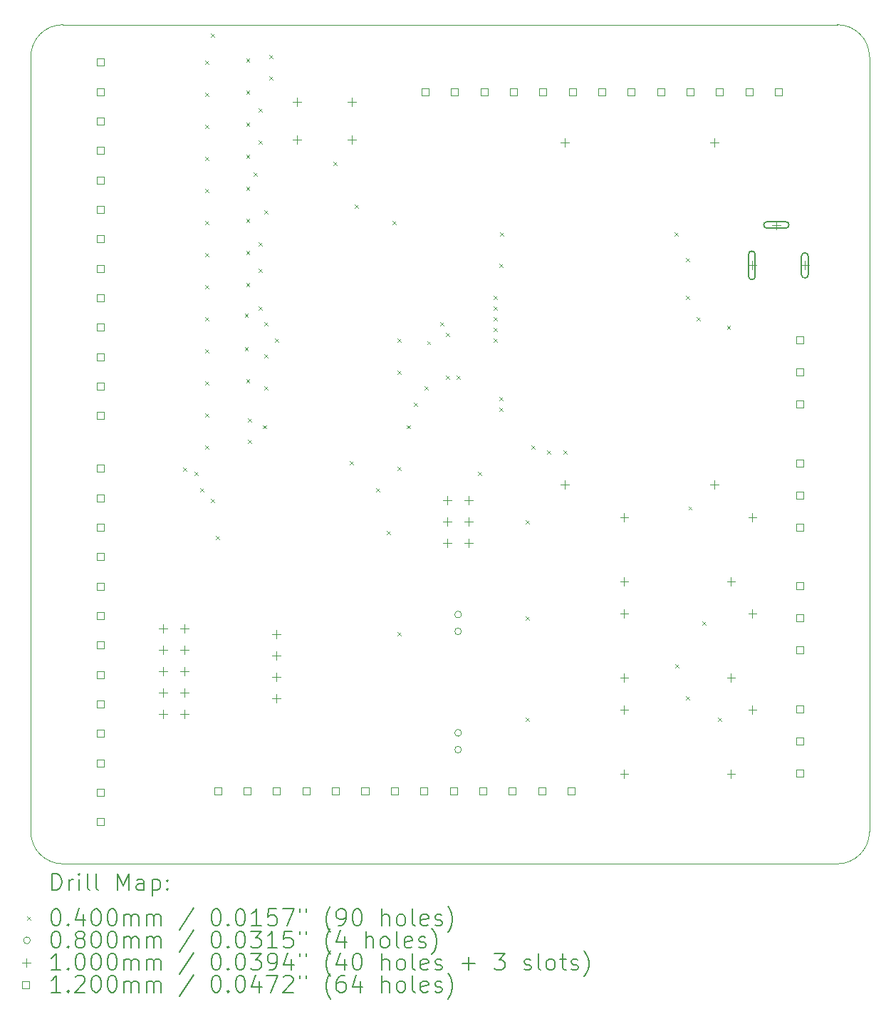
<source format=gbr>
%FSLAX45Y45*%
G04 Gerber Fmt 4.5, Leading zero omitted, Abs format (unit mm)*
G04 Created by KiCad (PCBNEW (6.0.0)) date 2022-03-13 20:29:17*
%MOMM*%
%LPD*%
G01*
G04 APERTURE LIST*
%TA.AperFunction,Profile*%
%ADD10C,0.100000*%
%TD*%
%ADD11C,0.200000*%
%ADD12C,0.040000*%
%ADD13C,0.080000*%
%ADD14C,0.100000*%
%ADD15C,0.120000*%
G04 APERTURE END LIST*
D10*
X-381000Y-9207500D02*
G75*
G03*
X0Y-9588500I381000J0D01*
G01*
X9207500Y-9588500D02*
G75*
G03*
X9588500Y-9207500I0J381000D01*
G01*
X0Y381000D02*
G75*
G03*
X-381000Y0I0J-381000D01*
G01*
X9207500Y381000D02*
X0Y381000D01*
X-381000Y-9207500D02*
X-381000Y0D01*
X9588500Y-9207500D02*
X9588500Y0D01*
X9207500Y-9588500D02*
X0Y-9588500D01*
X9588500Y0D02*
G75*
G03*
X9207500Y381000I-381000J0D01*
G01*
D11*
D12*
X1428750Y-4881250D02*
X1468750Y-4921250D01*
X1468750Y-4881250D02*
X1428750Y-4921250D01*
X1567500Y-4933000D02*
X1607500Y-4973000D01*
X1607500Y-4933000D02*
X1567500Y-4973000D01*
X1631000Y-5123500D02*
X1671000Y-5163500D01*
X1671000Y-5123500D02*
X1631000Y-5163500D01*
X1694500Y-43500D02*
X1734500Y-83500D01*
X1734500Y-43500D02*
X1694500Y-83500D01*
X1694500Y-424500D02*
X1734500Y-464500D01*
X1734500Y-424500D02*
X1694500Y-464500D01*
X1694500Y-805500D02*
X1734500Y-845500D01*
X1734500Y-805500D02*
X1694500Y-845500D01*
X1694500Y-1186500D02*
X1734500Y-1226500D01*
X1734500Y-1186500D02*
X1694500Y-1226500D01*
X1694500Y-1567500D02*
X1734500Y-1607500D01*
X1734500Y-1567500D02*
X1694500Y-1607500D01*
X1694500Y-1948500D02*
X1734500Y-1988500D01*
X1734500Y-1948500D02*
X1694500Y-1988500D01*
X1694500Y-2329500D02*
X1734500Y-2369500D01*
X1734500Y-2329500D02*
X1694500Y-2369500D01*
X1694500Y-2710500D02*
X1734500Y-2750500D01*
X1734500Y-2710500D02*
X1694500Y-2750500D01*
X1694500Y-3091500D02*
X1734500Y-3131500D01*
X1734500Y-3091500D02*
X1694500Y-3131500D01*
X1694500Y-3472500D02*
X1734500Y-3512500D01*
X1734500Y-3472500D02*
X1694500Y-3512500D01*
X1694500Y-3853500D02*
X1734500Y-3893500D01*
X1734500Y-3853500D02*
X1694500Y-3893500D01*
X1694500Y-4234500D02*
X1734500Y-4274500D01*
X1734500Y-4234500D02*
X1694500Y-4274500D01*
X1694500Y-4615500D02*
X1734500Y-4655500D01*
X1734500Y-4615500D02*
X1694500Y-4655500D01*
X1758000Y274000D02*
X1798000Y234000D01*
X1798000Y274000D02*
X1758000Y234000D01*
X1758000Y-5250500D02*
X1798000Y-5290500D01*
X1798000Y-5250500D02*
X1758000Y-5290500D01*
X1821500Y-5695000D02*
X1861500Y-5735000D01*
X1861500Y-5695000D02*
X1821500Y-5735000D01*
X2162952Y-3051952D02*
X2202952Y-3091952D01*
X2202952Y-3051952D02*
X2162952Y-3091952D01*
X2162952Y-3448548D02*
X2202952Y-3488548D01*
X2202952Y-3448548D02*
X2162952Y-3488548D01*
X2178548Y-19548D02*
X2218548Y-59548D01*
X2218548Y-19548D02*
X2178548Y-59548D01*
X2178548Y-400548D02*
X2218548Y-440548D01*
X2218548Y-400548D02*
X2178548Y-440548D01*
X2178548Y-781548D02*
X2218548Y-821548D01*
X2218548Y-781548D02*
X2178548Y-821548D01*
X2178548Y-1162548D02*
X2218548Y-1202548D01*
X2218548Y-1162548D02*
X2178548Y-1202548D01*
X2178548Y-1543548D02*
X2218548Y-1583548D01*
X2218548Y-1543548D02*
X2178548Y-1583548D01*
X2178548Y-1924548D02*
X2218548Y-1964548D01*
X2218548Y-1924548D02*
X2178548Y-1964548D01*
X2178548Y-2305548D02*
X2218548Y-2345548D01*
X2218548Y-2305548D02*
X2178548Y-2345548D01*
X2178548Y-2686548D02*
X2218548Y-2726548D01*
X2218548Y-2686548D02*
X2178548Y-2726548D01*
X2178548Y-3829548D02*
X2218548Y-3869548D01*
X2218548Y-3829548D02*
X2178548Y-3869548D01*
X2202500Y-4298000D02*
X2242500Y-4338000D01*
X2242500Y-4298000D02*
X2202500Y-4338000D01*
X2202500Y-4552000D02*
X2242500Y-4592000D01*
X2242500Y-4552000D02*
X2202500Y-4592000D01*
X2266000Y-1377000D02*
X2306000Y-1417000D01*
X2306000Y-1377000D02*
X2266000Y-1417000D01*
X2329500Y-615000D02*
X2369500Y-655000D01*
X2369500Y-615000D02*
X2329500Y-655000D01*
X2329500Y-996000D02*
X2369500Y-1036000D01*
X2369500Y-996000D02*
X2329500Y-1036000D01*
X2329500Y-2202500D02*
X2369500Y-2242500D01*
X2369500Y-2202500D02*
X2329500Y-2242500D01*
X2329500Y-2520000D02*
X2369500Y-2560000D01*
X2369500Y-2520000D02*
X2329500Y-2560000D01*
X2329500Y-2964500D02*
X2369500Y-3004500D01*
X2369500Y-2964500D02*
X2329500Y-3004500D01*
X2376549Y-4377951D02*
X2416549Y-4417951D01*
X2416549Y-4377951D02*
X2376549Y-4417951D01*
X2393000Y-1821500D02*
X2433000Y-1861500D01*
X2433000Y-1821500D02*
X2393000Y-1861500D01*
X2393000Y-3155000D02*
X2433000Y-3195000D01*
X2433000Y-3155000D02*
X2393000Y-3195000D01*
X2393000Y-3536000D02*
X2433000Y-3576000D01*
X2433000Y-3536000D02*
X2393000Y-3576000D01*
X2393000Y-3917000D02*
X2433000Y-3957000D01*
X2433000Y-3917000D02*
X2393000Y-3957000D01*
X2456500Y20000D02*
X2496500Y-20000D01*
X2496500Y20000D02*
X2456500Y-20000D01*
X2456500Y-234000D02*
X2496500Y-274000D01*
X2496500Y-234000D02*
X2456500Y-274000D01*
X2520000Y-3345500D02*
X2560000Y-3385500D01*
X2560000Y-3345500D02*
X2520000Y-3385500D01*
X3218500Y-1250000D02*
X3258500Y-1290000D01*
X3258500Y-1250000D02*
X3218500Y-1290000D01*
X3409000Y-4806000D02*
X3449000Y-4846000D01*
X3449000Y-4806000D02*
X3409000Y-4846000D01*
X3472500Y-1758000D02*
X3512500Y-1798000D01*
X3512500Y-1758000D02*
X3472500Y-1798000D01*
X3726500Y-5123500D02*
X3766500Y-5163500D01*
X3766500Y-5123500D02*
X3726500Y-5163500D01*
X3853500Y-5631500D02*
X3893500Y-5671500D01*
X3893500Y-5631500D02*
X3853500Y-5671500D01*
X3917000Y-1948500D02*
X3957000Y-1988500D01*
X3957000Y-1948500D02*
X3917000Y-1988500D01*
X3980500Y-3345500D02*
X4020500Y-3385500D01*
X4020500Y-3345500D02*
X3980500Y-3385500D01*
X3980500Y-3726500D02*
X4020500Y-3766500D01*
X4020500Y-3726500D02*
X3980500Y-3766500D01*
X3980500Y-4869500D02*
X4020500Y-4909500D01*
X4020500Y-4869500D02*
X3980500Y-4909500D01*
X3980500Y-6838000D02*
X4020500Y-6878000D01*
X4020500Y-6838000D02*
X3980500Y-6878000D01*
X4091049Y-4377951D02*
X4131049Y-4417951D01*
X4131049Y-4377951D02*
X4091049Y-4417951D01*
X4171000Y-4107500D02*
X4211000Y-4147500D01*
X4211000Y-4107500D02*
X4171000Y-4147500D01*
X4298000Y-3917000D02*
X4338000Y-3957000D01*
X4338000Y-3917000D02*
X4298000Y-3957000D01*
X4329750Y-3377250D02*
X4369750Y-3417250D01*
X4369750Y-3377250D02*
X4329750Y-3417250D01*
X4488500Y-3155000D02*
X4528500Y-3195000D01*
X4528500Y-3155000D02*
X4488500Y-3195000D01*
X4552000Y-3282000D02*
X4592000Y-3322000D01*
X4592000Y-3282000D02*
X4552000Y-3322000D01*
X4552000Y-3790000D02*
X4592000Y-3830000D01*
X4592000Y-3790000D02*
X4552000Y-3830000D01*
X4679000Y-3790000D02*
X4719000Y-3830000D01*
X4719000Y-3790000D02*
X4679000Y-3830000D01*
X4933000Y-4933000D02*
X4973000Y-4973000D01*
X4973000Y-4933000D02*
X4933000Y-4973000D01*
X5123500Y-2837500D02*
X5163500Y-2877500D01*
X5163500Y-2837500D02*
X5123500Y-2877500D01*
X5123500Y-2964500D02*
X5163500Y-3004500D01*
X5163500Y-2964500D02*
X5123500Y-3004500D01*
X5123500Y-3091500D02*
X5163500Y-3131500D01*
X5163500Y-3091500D02*
X5123500Y-3131500D01*
X5123500Y-3218500D02*
X5163500Y-3258500D01*
X5163500Y-3218500D02*
X5123500Y-3258500D01*
X5123500Y-3345500D02*
X5163500Y-3385500D01*
X5163500Y-3345500D02*
X5123500Y-3385500D01*
X5187000Y-2456500D02*
X5227000Y-2496500D01*
X5227000Y-2456500D02*
X5187000Y-2496500D01*
X5187000Y-4044000D02*
X5227000Y-4084000D01*
X5227000Y-4044000D02*
X5187000Y-4084000D01*
X5187000Y-4171000D02*
X5227000Y-4211000D01*
X5227000Y-4171000D02*
X5187000Y-4211000D01*
X5199903Y-2088403D02*
X5239903Y-2128403D01*
X5239903Y-2088403D02*
X5199903Y-2128403D01*
X5504500Y-5504500D02*
X5544500Y-5544500D01*
X5544500Y-5504500D02*
X5504500Y-5544500D01*
X5504500Y-6647500D02*
X5544500Y-6687500D01*
X5544500Y-6647500D02*
X5504500Y-6687500D01*
X5504500Y-7854000D02*
X5544500Y-7894000D01*
X5544500Y-7854000D02*
X5504500Y-7894000D01*
X5568000Y-4615500D02*
X5608000Y-4655500D01*
X5608000Y-4615500D02*
X5568000Y-4655500D01*
X5758500Y-4679000D02*
X5798500Y-4719000D01*
X5798500Y-4679000D02*
X5758500Y-4719000D01*
X5949000Y-4679000D02*
X5989000Y-4719000D01*
X5989000Y-4679000D02*
X5949000Y-4719000D01*
X7269597Y-2088403D02*
X7309597Y-2128403D01*
X7309597Y-2088403D02*
X7269597Y-2128403D01*
X7282500Y-7219000D02*
X7322500Y-7259000D01*
X7322500Y-7219000D02*
X7282500Y-7259000D01*
X7409500Y-2393000D02*
X7449500Y-2433000D01*
X7449500Y-2393000D02*
X7409500Y-2433000D01*
X7409500Y-2837500D02*
X7449500Y-2877500D01*
X7449500Y-2837500D02*
X7409500Y-2877500D01*
X7409500Y-7600000D02*
X7449500Y-7640000D01*
X7449500Y-7600000D02*
X7409500Y-7640000D01*
X7437049Y-5341549D02*
X7477049Y-5381549D01*
X7477049Y-5341549D02*
X7437049Y-5381549D01*
X7536500Y-3091500D02*
X7576500Y-3131500D01*
X7576500Y-3091500D02*
X7536500Y-3131500D01*
X7600000Y-6711000D02*
X7640000Y-6751000D01*
X7640000Y-6711000D02*
X7600000Y-6751000D01*
X7790500Y-7854000D02*
X7830500Y-7894000D01*
X7830500Y-7854000D02*
X7790500Y-7894000D01*
X7893951Y-3194951D02*
X7933951Y-3234951D01*
X7933951Y-3194951D02*
X7893951Y-3234951D01*
D13*
X4739000Y-6626511D02*
G75*
G03*
X4739000Y-6626511I-40000J0D01*
G01*
X4739000Y-6826511D02*
G75*
G03*
X4739000Y-6826511I-40000J0D01*
G01*
X4739000Y-8032489D02*
G75*
G03*
X4739000Y-8032489I-40000J0D01*
G01*
X4739000Y-8232489D02*
G75*
G03*
X4739000Y-8232489I-40000J0D01*
G01*
D14*
X1194750Y-6744500D02*
X1194750Y-6844500D01*
X1144750Y-6794500D02*
X1244750Y-6794500D01*
X1194750Y-6998500D02*
X1194750Y-7098500D01*
X1144750Y-7048500D02*
X1244750Y-7048500D01*
X1194750Y-7252500D02*
X1194750Y-7352500D01*
X1144750Y-7302500D02*
X1244750Y-7302500D01*
X1194750Y-7506500D02*
X1194750Y-7606500D01*
X1144750Y-7556500D02*
X1244750Y-7556500D01*
X1194750Y-7760500D02*
X1194750Y-7860500D01*
X1144750Y-7810500D02*
X1244750Y-7810500D01*
X1448750Y-6744500D02*
X1448750Y-6844500D01*
X1398750Y-6794500D02*
X1498750Y-6794500D01*
X1448750Y-6998500D02*
X1448750Y-7098500D01*
X1398750Y-7048500D02*
X1498750Y-7048500D01*
X1448750Y-7252500D02*
X1448750Y-7352500D01*
X1398750Y-7302500D02*
X1498750Y-7302500D01*
X1448750Y-7506500D02*
X1448750Y-7606500D01*
X1398750Y-7556500D02*
X1498750Y-7556500D01*
X1448750Y-7760500D02*
X1448750Y-7860500D01*
X1398750Y-7810500D02*
X1498750Y-7810500D01*
X2540000Y-6809000D02*
X2540000Y-6909000D01*
X2490000Y-6859000D02*
X2590000Y-6859000D01*
X2540000Y-7063000D02*
X2540000Y-7163000D01*
X2490000Y-7113000D02*
X2590000Y-7113000D01*
X2540000Y-7317000D02*
X2540000Y-7417000D01*
X2490000Y-7367000D02*
X2590000Y-7367000D01*
X2540000Y-7571000D02*
X2540000Y-7671000D01*
X2490000Y-7621000D02*
X2590000Y-7621000D01*
X2786500Y-487000D02*
X2786500Y-587000D01*
X2736500Y-537000D02*
X2836500Y-537000D01*
X2786500Y-937000D02*
X2786500Y-1037000D01*
X2736500Y-987000D02*
X2836500Y-987000D01*
X3436500Y-487000D02*
X3436500Y-587000D01*
X3386500Y-537000D02*
X3486500Y-537000D01*
X3436500Y-937000D02*
X3436500Y-1037000D01*
X3386500Y-987000D02*
X3486500Y-987000D01*
X4572000Y-5220500D02*
X4572000Y-5320500D01*
X4522000Y-5270500D02*
X4622000Y-5270500D01*
X4572000Y-5474500D02*
X4572000Y-5574500D01*
X4522000Y-5524500D02*
X4622000Y-5524500D01*
X4572000Y-5728500D02*
X4572000Y-5828500D01*
X4522000Y-5778500D02*
X4622000Y-5778500D01*
X4826000Y-5220500D02*
X4826000Y-5320500D01*
X4776000Y-5270500D02*
X4876000Y-5270500D01*
X4826000Y-5474500D02*
X4826000Y-5574500D01*
X4776000Y-5524500D02*
X4876000Y-5524500D01*
X4826000Y-5728500D02*
X4826000Y-5828500D01*
X4776000Y-5778500D02*
X4876000Y-5778500D01*
X5969000Y-966000D02*
X5969000Y-1066000D01*
X5919000Y-1016000D02*
X6019000Y-1016000D01*
X5969000Y-5030000D02*
X5969000Y-5130000D01*
X5919000Y-5080000D02*
X6019000Y-5080000D01*
X6674000Y-5421500D02*
X6674000Y-5521500D01*
X6624000Y-5471500D02*
X6724000Y-5471500D01*
X6674000Y-6181500D02*
X6674000Y-6281500D01*
X6624000Y-6231500D02*
X6724000Y-6231500D01*
X6674000Y-6564500D02*
X6674000Y-6664500D01*
X6624000Y-6614500D02*
X6724000Y-6614500D01*
X6674000Y-7324500D02*
X6674000Y-7424500D01*
X6624000Y-7374500D02*
X6724000Y-7374500D01*
X6674000Y-7707500D02*
X6674000Y-7807500D01*
X6624000Y-7757500D02*
X6724000Y-7757500D01*
X6674000Y-8467500D02*
X6674000Y-8567500D01*
X6624000Y-8517500D02*
X6724000Y-8517500D01*
X7747000Y-966000D02*
X7747000Y-1066000D01*
X7697000Y-1016000D02*
X7797000Y-1016000D01*
X7747000Y-5030000D02*
X7747000Y-5130000D01*
X7697000Y-5080000D02*
X7797000Y-5080000D01*
X7944000Y-6181500D02*
X7944000Y-6281500D01*
X7894000Y-6231500D02*
X7994000Y-6231500D01*
X7944000Y-7324500D02*
X7944000Y-7424500D01*
X7894000Y-7374500D02*
X7994000Y-7374500D01*
X7944000Y-8467500D02*
X7944000Y-8567500D01*
X7894000Y-8517500D02*
X7994000Y-8517500D01*
X8191500Y-2428000D02*
X8191500Y-2528000D01*
X8141500Y-2478000D02*
X8241500Y-2478000D01*
D11*
X8231500Y-2608000D02*
X8231500Y-2348000D01*
X8151500Y-2608000D02*
X8151500Y-2348000D01*
X8231500Y-2348000D02*
G75*
G03*
X8151500Y-2348000I-40000J0D01*
G01*
X8151500Y-2608000D02*
G75*
G03*
X8231500Y-2608000I40000J0D01*
G01*
D14*
X8198000Y-5421500D02*
X8198000Y-5521500D01*
X8148000Y-5471500D02*
X8248000Y-5471500D01*
X8198000Y-6564500D02*
X8198000Y-6664500D01*
X8148000Y-6614500D02*
X8248000Y-6614500D01*
X8198000Y-7707500D02*
X8198000Y-7807500D01*
X8148000Y-7757500D02*
X8248000Y-7757500D01*
X8481500Y-1948000D02*
X8481500Y-2048000D01*
X8431500Y-1998000D02*
X8531500Y-1998000D01*
D11*
X8371500Y-2038000D02*
X8591500Y-2038000D01*
X8371500Y-1958000D02*
X8591500Y-1958000D01*
X8591500Y-2038000D02*
G75*
G03*
X8591500Y-1958000I0J40000D01*
G01*
X8371500Y-1958000D02*
G75*
G03*
X8371500Y-2038000I0J-40000D01*
G01*
D14*
X8821500Y-2428000D02*
X8821500Y-2528000D01*
X8771500Y-2478000D02*
X8871500Y-2478000D01*
D11*
X8861500Y-2588000D02*
X8861500Y-2368000D01*
X8781500Y-2588000D02*
X8781500Y-2368000D01*
X8861500Y-2368000D02*
G75*
G03*
X8781500Y-2368000I-40000J0D01*
G01*
X8781500Y-2588000D02*
G75*
G03*
X8861500Y-2588000I40000J0D01*
G01*
D15*
X486927Y-105927D02*
X486927Y-21073D01*
X402073Y-21073D01*
X402073Y-105927D01*
X486927Y-105927D01*
X486927Y-455927D02*
X486927Y-371073D01*
X402073Y-371073D01*
X402073Y-455927D01*
X486927Y-455927D01*
X486927Y-805927D02*
X486927Y-721073D01*
X402073Y-721073D01*
X402073Y-805927D01*
X486927Y-805927D01*
X486927Y-1155927D02*
X486927Y-1071073D01*
X402073Y-1071073D01*
X402073Y-1155927D01*
X486927Y-1155927D01*
X486927Y-1505927D02*
X486927Y-1421073D01*
X402073Y-1421073D01*
X402073Y-1505927D01*
X486927Y-1505927D01*
X486927Y-1855927D02*
X486927Y-1771073D01*
X402073Y-1771073D01*
X402073Y-1855927D01*
X486927Y-1855927D01*
X486927Y-2205927D02*
X486927Y-2121073D01*
X402073Y-2121073D01*
X402073Y-2205927D01*
X486927Y-2205927D01*
X486927Y-2555927D02*
X486927Y-2471073D01*
X402073Y-2471073D01*
X402073Y-2555927D01*
X486927Y-2555927D01*
X486927Y-2905927D02*
X486927Y-2821073D01*
X402073Y-2821073D01*
X402073Y-2905927D01*
X486927Y-2905927D01*
X486927Y-3255927D02*
X486927Y-3171073D01*
X402073Y-3171073D01*
X402073Y-3255927D01*
X486927Y-3255927D01*
X486927Y-3605927D02*
X486927Y-3521073D01*
X402073Y-3521073D01*
X402073Y-3605927D01*
X486927Y-3605927D01*
X486927Y-3955927D02*
X486927Y-3871073D01*
X402073Y-3871073D01*
X402073Y-3955927D01*
X486927Y-3955927D01*
X486927Y-4305927D02*
X486927Y-4221073D01*
X402073Y-4221073D01*
X402073Y-4305927D01*
X486927Y-4305927D01*
X486927Y-4931927D02*
X486927Y-4847073D01*
X402073Y-4847073D01*
X402073Y-4931927D01*
X486927Y-4931927D01*
X486927Y-5281927D02*
X486927Y-5197073D01*
X402073Y-5197073D01*
X402073Y-5281927D01*
X486927Y-5281927D01*
X486927Y-5631927D02*
X486927Y-5547073D01*
X402073Y-5547073D01*
X402073Y-5631927D01*
X486927Y-5631927D01*
X486927Y-5981927D02*
X486927Y-5897073D01*
X402073Y-5897073D01*
X402073Y-5981927D01*
X486927Y-5981927D01*
X486927Y-6331927D02*
X486927Y-6247073D01*
X402073Y-6247073D01*
X402073Y-6331927D01*
X486927Y-6331927D01*
X486927Y-6681927D02*
X486927Y-6597073D01*
X402073Y-6597073D01*
X402073Y-6681927D01*
X486927Y-6681927D01*
X486927Y-7031927D02*
X486927Y-6947073D01*
X402073Y-6947073D01*
X402073Y-7031927D01*
X486927Y-7031927D01*
X486927Y-7381927D02*
X486927Y-7297073D01*
X402073Y-7297073D01*
X402073Y-7381927D01*
X486927Y-7381927D01*
X486927Y-7731927D02*
X486927Y-7647073D01*
X402073Y-7647073D01*
X402073Y-7731927D01*
X486927Y-7731927D01*
X486927Y-8081927D02*
X486927Y-7997073D01*
X402073Y-7997073D01*
X402073Y-8081927D01*
X486927Y-8081927D01*
X486927Y-8431927D02*
X486927Y-8347073D01*
X402073Y-8347073D01*
X402073Y-8431927D01*
X486927Y-8431927D01*
X486927Y-8781927D02*
X486927Y-8697073D01*
X402073Y-8697073D01*
X402073Y-8781927D01*
X486927Y-8781927D01*
X486927Y-9131927D02*
X486927Y-9047073D01*
X402073Y-9047073D01*
X402073Y-9131927D01*
X486927Y-9131927D01*
X1884927Y-8766177D02*
X1884927Y-8681323D01*
X1800073Y-8681323D01*
X1800073Y-8766177D01*
X1884927Y-8766177D01*
X2234927Y-8766177D02*
X2234927Y-8681323D01*
X2150073Y-8681323D01*
X2150073Y-8766177D01*
X2234927Y-8766177D01*
X2584927Y-8766177D02*
X2584927Y-8681323D01*
X2500073Y-8681323D01*
X2500073Y-8766177D01*
X2584927Y-8766177D01*
X2934927Y-8766177D02*
X2934927Y-8681323D01*
X2850073Y-8681323D01*
X2850073Y-8766177D01*
X2934927Y-8766177D01*
X3284927Y-8766177D02*
X3284927Y-8681323D01*
X3200073Y-8681323D01*
X3200073Y-8766177D01*
X3284927Y-8766177D01*
X3634927Y-8766177D02*
X3634927Y-8681323D01*
X3550073Y-8681323D01*
X3550073Y-8766177D01*
X3634927Y-8766177D01*
X3984927Y-8766177D02*
X3984927Y-8681323D01*
X3900073Y-8681323D01*
X3900073Y-8766177D01*
X3984927Y-8766177D01*
X4334927Y-8766177D02*
X4334927Y-8681323D01*
X4250073Y-8681323D01*
X4250073Y-8766177D01*
X4334927Y-8766177D01*
X4350427Y-462677D02*
X4350427Y-377823D01*
X4265573Y-377823D01*
X4265573Y-462677D01*
X4350427Y-462677D01*
X4684927Y-8766177D02*
X4684927Y-8681323D01*
X4600073Y-8681323D01*
X4600073Y-8766177D01*
X4684927Y-8766177D01*
X4700427Y-462677D02*
X4700427Y-377823D01*
X4615573Y-377823D01*
X4615573Y-462677D01*
X4700427Y-462677D01*
X5034927Y-8766177D02*
X5034927Y-8681323D01*
X4950073Y-8681323D01*
X4950073Y-8766177D01*
X5034927Y-8766177D01*
X5050427Y-462677D02*
X5050427Y-377823D01*
X4965573Y-377823D01*
X4965573Y-462677D01*
X5050427Y-462677D01*
X5384927Y-8766177D02*
X5384927Y-8681323D01*
X5300073Y-8681323D01*
X5300073Y-8766177D01*
X5384927Y-8766177D01*
X5400427Y-462677D02*
X5400427Y-377823D01*
X5315573Y-377823D01*
X5315573Y-462677D01*
X5400427Y-462677D01*
X5734927Y-8766177D02*
X5734927Y-8681323D01*
X5650073Y-8681323D01*
X5650073Y-8766177D01*
X5734927Y-8766177D01*
X5750427Y-462677D02*
X5750427Y-377823D01*
X5665573Y-377823D01*
X5665573Y-462677D01*
X5750427Y-462677D01*
X6084927Y-8766177D02*
X6084927Y-8681323D01*
X6000073Y-8681323D01*
X6000073Y-8766177D01*
X6084927Y-8766177D01*
X6100427Y-462677D02*
X6100427Y-377823D01*
X6015573Y-377823D01*
X6015573Y-462677D01*
X6100427Y-462677D01*
X6450427Y-462677D02*
X6450427Y-377823D01*
X6365573Y-377823D01*
X6365573Y-462677D01*
X6450427Y-462677D01*
X6800427Y-462677D02*
X6800427Y-377823D01*
X6715573Y-377823D01*
X6715573Y-462677D01*
X6800427Y-462677D01*
X7150427Y-462677D02*
X7150427Y-377823D01*
X7065573Y-377823D01*
X7065573Y-462677D01*
X7150427Y-462677D01*
X7500427Y-462677D02*
X7500427Y-377823D01*
X7415573Y-377823D01*
X7415573Y-462677D01*
X7500427Y-462677D01*
X7850427Y-462677D02*
X7850427Y-377823D01*
X7765573Y-377823D01*
X7765573Y-462677D01*
X7850427Y-462677D01*
X8200427Y-462677D02*
X8200427Y-377823D01*
X8115573Y-377823D01*
X8115573Y-462677D01*
X8200427Y-462677D01*
X8550427Y-462677D02*
X8550427Y-377823D01*
X8465573Y-377823D01*
X8465573Y-462677D01*
X8550427Y-462677D01*
X8805427Y-3407927D02*
X8805427Y-3323073D01*
X8720573Y-3323073D01*
X8720573Y-3407927D01*
X8805427Y-3407927D01*
X8805427Y-3788927D02*
X8805427Y-3704073D01*
X8720573Y-3704073D01*
X8720573Y-3788927D01*
X8805427Y-3788927D01*
X8805427Y-4169927D02*
X8805427Y-4085073D01*
X8720573Y-4085073D01*
X8720573Y-4169927D01*
X8805427Y-4169927D01*
X8805427Y-4868427D02*
X8805427Y-4783573D01*
X8720573Y-4783573D01*
X8720573Y-4868427D01*
X8805427Y-4868427D01*
X8805427Y-5249427D02*
X8805427Y-5164573D01*
X8720573Y-5164573D01*
X8720573Y-5249427D01*
X8805427Y-5249427D01*
X8805427Y-5630427D02*
X8805427Y-5545573D01*
X8720573Y-5545573D01*
X8720573Y-5630427D01*
X8805427Y-5630427D01*
X8805427Y-6328927D02*
X8805427Y-6244073D01*
X8720573Y-6244073D01*
X8720573Y-6328927D01*
X8805427Y-6328927D01*
X8805427Y-6709927D02*
X8805427Y-6625073D01*
X8720573Y-6625073D01*
X8720573Y-6709927D01*
X8805427Y-6709927D01*
X8805427Y-7090927D02*
X8805427Y-7006073D01*
X8720573Y-7006073D01*
X8720573Y-7090927D01*
X8805427Y-7090927D01*
X8805427Y-7789427D02*
X8805427Y-7704573D01*
X8720573Y-7704573D01*
X8720573Y-7789427D01*
X8805427Y-7789427D01*
X8805427Y-8170427D02*
X8805427Y-8085573D01*
X8720573Y-8085573D01*
X8720573Y-8170427D01*
X8805427Y-8170427D01*
X8805427Y-8551427D02*
X8805427Y-8466573D01*
X8720573Y-8466573D01*
X8720573Y-8551427D01*
X8805427Y-8551427D01*
D11*
X-128381Y-9903976D02*
X-128381Y-9703976D01*
X-80762Y-9703976D01*
X-52190Y-9713500D01*
X-33143Y-9732548D01*
X-23619Y-9751595D01*
X-14095Y-9789690D01*
X-14095Y-9818262D01*
X-23619Y-9856357D01*
X-33143Y-9875405D01*
X-52190Y-9894452D01*
X-80762Y-9903976D01*
X-128381Y-9903976D01*
X71619Y-9903976D02*
X71619Y-9770643D01*
X71619Y-9808738D02*
X81143Y-9789690D01*
X90667Y-9780167D01*
X109714Y-9770643D01*
X128762Y-9770643D01*
X195428Y-9903976D02*
X195428Y-9770643D01*
X195428Y-9703976D02*
X185905Y-9713500D01*
X195428Y-9723024D01*
X204952Y-9713500D01*
X195428Y-9703976D01*
X195428Y-9723024D01*
X319238Y-9903976D02*
X300190Y-9894452D01*
X290667Y-9875405D01*
X290667Y-9703976D01*
X424000Y-9903976D02*
X404952Y-9894452D01*
X395428Y-9875405D01*
X395428Y-9703976D01*
X652571Y-9903976D02*
X652571Y-9703976D01*
X719238Y-9846833D01*
X785905Y-9703976D01*
X785905Y-9903976D01*
X966857Y-9903976D02*
X966857Y-9799214D01*
X957333Y-9780167D01*
X938286Y-9770643D01*
X900190Y-9770643D01*
X881143Y-9780167D01*
X966857Y-9894452D02*
X947809Y-9903976D01*
X900190Y-9903976D01*
X881143Y-9894452D01*
X871619Y-9875405D01*
X871619Y-9856357D01*
X881143Y-9837310D01*
X900190Y-9827786D01*
X947809Y-9827786D01*
X966857Y-9818262D01*
X1062095Y-9770643D02*
X1062095Y-9970643D01*
X1062095Y-9780167D02*
X1081143Y-9770643D01*
X1119238Y-9770643D01*
X1138286Y-9780167D01*
X1147810Y-9789690D01*
X1157333Y-9808738D01*
X1157333Y-9865881D01*
X1147810Y-9884929D01*
X1138286Y-9894452D01*
X1119238Y-9903976D01*
X1081143Y-9903976D01*
X1062095Y-9894452D01*
X1243048Y-9884929D02*
X1252571Y-9894452D01*
X1243048Y-9903976D01*
X1233524Y-9894452D01*
X1243048Y-9884929D01*
X1243048Y-9903976D01*
X1243048Y-9780167D02*
X1252571Y-9789690D01*
X1243048Y-9799214D01*
X1233524Y-9789690D01*
X1243048Y-9780167D01*
X1243048Y-9799214D01*
D12*
X-426000Y-10213500D02*
X-386000Y-10253500D01*
X-386000Y-10213500D02*
X-426000Y-10253500D01*
D11*
X-90286Y-10123976D02*
X-71238Y-10123976D01*
X-52190Y-10133500D01*
X-42667Y-10143024D01*
X-33143Y-10162071D01*
X-23619Y-10200167D01*
X-23619Y-10247786D01*
X-33143Y-10285881D01*
X-42667Y-10304929D01*
X-52190Y-10314452D01*
X-71238Y-10323976D01*
X-90286Y-10323976D01*
X-109333Y-10314452D01*
X-118857Y-10304929D01*
X-128381Y-10285881D01*
X-137905Y-10247786D01*
X-137905Y-10200167D01*
X-128381Y-10162071D01*
X-118857Y-10143024D01*
X-109333Y-10133500D01*
X-90286Y-10123976D01*
X62095Y-10304929D02*
X71619Y-10314452D01*
X62095Y-10323976D01*
X52571Y-10314452D01*
X62095Y-10304929D01*
X62095Y-10323976D01*
X243048Y-10190643D02*
X243048Y-10323976D01*
X195428Y-10114452D02*
X147810Y-10257310D01*
X271619Y-10257310D01*
X385905Y-10123976D02*
X404952Y-10123976D01*
X424000Y-10133500D01*
X433524Y-10143024D01*
X443048Y-10162071D01*
X452571Y-10200167D01*
X452571Y-10247786D01*
X443048Y-10285881D01*
X433524Y-10304929D01*
X424000Y-10314452D01*
X404952Y-10323976D01*
X385905Y-10323976D01*
X366857Y-10314452D01*
X357333Y-10304929D01*
X347810Y-10285881D01*
X338286Y-10247786D01*
X338286Y-10200167D01*
X347810Y-10162071D01*
X357333Y-10143024D01*
X366857Y-10133500D01*
X385905Y-10123976D01*
X576381Y-10123976D02*
X595429Y-10123976D01*
X614476Y-10133500D01*
X624000Y-10143024D01*
X633524Y-10162071D01*
X643048Y-10200167D01*
X643048Y-10247786D01*
X633524Y-10285881D01*
X624000Y-10304929D01*
X614476Y-10314452D01*
X595429Y-10323976D01*
X576381Y-10323976D01*
X557333Y-10314452D01*
X547810Y-10304929D01*
X538286Y-10285881D01*
X528762Y-10247786D01*
X528762Y-10200167D01*
X538286Y-10162071D01*
X547810Y-10143024D01*
X557333Y-10133500D01*
X576381Y-10123976D01*
X728762Y-10323976D02*
X728762Y-10190643D01*
X728762Y-10209690D02*
X738286Y-10200167D01*
X757333Y-10190643D01*
X785905Y-10190643D01*
X804952Y-10200167D01*
X814476Y-10219214D01*
X814476Y-10323976D01*
X814476Y-10219214D02*
X824000Y-10200167D01*
X843048Y-10190643D01*
X871619Y-10190643D01*
X890667Y-10200167D01*
X900190Y-10219214D01*
X900190Y-10323976D01*
X995428Y-10323976D02*
X995428Y-10190643D01*
X995428Y-10209690D02*
X1004952Y-10200167D01*
X1024000Y-10190643D01*
X1052571Y-10190643D01*
X1071619Y-10200167D01*
X1081143Y-10219214D01*
X1081143Y-10323976D01*
X1081143Y-10219214D02*
X1090667Y-10200167D01*
X1109714Y-10190643D01*
X1138286Y-10190643D01*
X1157333Y-10200167D01*
X1166857Y-10219214D01*
X1166857Y-10323976D01*
X1557333Y-10114452D02*
X1385905Y-10371595D01*
X1814476Y-10123976D02*
X1833524Y-10123976D01*
X1852571Y-10133500D01*
X1862095Y-10143024D01*
X1871619Y-10162071D01*
X1881143Y-10200167D01*
X1881143Y-10247786D01*
X1871619Y-10285881D01*
X1862095Y-10304929D01*
X1852571Y-10314452D01*
X1833524Y-10323976D01*
X1814476Y-10323976D01*
X1795428Y-10314452D01*
X1785905Y-10304929D01*
X1776381Y-10285881D01*
X1766857Y-10247786D01*
X1766857Y-10200167D01*
X1776381Y-10162071D01*
X1785905Y-10143024D01*
X1795428Y-10133500D01*
X1814476Y-10123976D01*
X1966857Y-10304929D02*
X1976381Y-10314452D01*
X1966857Y-10323976D01*
X1957333Y-10314452D01*
X1966857Y-10304929D01*
X1966857Y-10323976D01*
X2100190Y-10123976D02*
X2119238Y-10123976D01*
X2138286Y-10133500D01*
X2147810Y-10143024D01*
X2157333Y-10162071D01*
X2166857Y-10200167D01*
X2166857Y-10247786D01*
X2157333Y-10285881D01*
X2147810Y-10304929D01*
X2138286Y-10314452D01*
X2119238Y-10323976D01*
X2100190Y-10323976D01*
X2081143Y-10314452D01*
X2071619Y-10304929D01*
X2062095Y-10285881D01*
X2052571Y-10247786D01*
X2052571Y-10200167D01*
X2062095Y-10162071D01*
X2071619Y-10143024D01*
X2081143Y-10133500D01*
X2100190Y-10123976D01*
X2357333Y-10323976D02*
X2243048Y-10323976D01*
X2300190Y-10323976D02*
X2300190Y-10123976D01*
X2281143Y-10152548D01*
X2262095Y-10171595D01*
X2243048Y-10181119D01*
X2538286Y-10123976D02*
X2443048Y-10123976D01*
X2433524Y-10219214D01*
X2443048Y-10209690D01*
X2462095Y-10200167D01*
X2509714Y-10200167D01*
X2528762Y-10209690D01*
X2538286Y-10219214D01*
X2547810Y-10238262D01*
X2547810Y-10285881D01*
X2538286Y-10304929D01*
X2528762Y-10314452D01*
X2509714Y-10323976D01*
X2462095Y-10323976D01*
X2443048Y-10314452D01*
X2433524Y-10304929D01*
X2614476Y-10123976D02*
X2747810Y-10123976D01*
X2662095Y-10323976D01*
X2814476Y-10123976D02*
X2814476Y-10162071D01*
X2890667Y-10123976D02*
X2890667Y-10162071D01*
X3185905Y-10400167D02*
X3176381Y-10390643D01*
X3157333Y-10362071D01*
X3147809Y-10343024D01*
X3138286Y-10314452D01*
X3128762Y-10266833D01*
X3128762Y-10228738D01*
X3138286Y-10181119D01*
X3147809Y-10152548D01*
X3157333Y-10133500D01*
X3176381Y-10104929D01*
X3185905Y-10095405D01*
X3271619Y-10323976D02*
X3309714Y-10323976D01*
X3328762Y-10314452D01*
X3338286Y-10304929D01*
X3357333Y-10276357D01*
X3366857Y-10238262D01*
X3366857Y-10162071D01*
X3357333Y-10143024D01*
X3347809Y-10133500D01*
X3328762Y-10123976D01*
X3290667Y-10123976D01*
X3271619Y-10133500D01*
X3262095Y-10143024D01*
X3252571Y-10162071D01*
X3252571Y-10209690D01*
X3262095Y-10228738D01*
X3271619Y-10238262D01*
X3290667Y-10247786D01*
X3328762Y-10247786D01*
X3347809Y-10238262D01*
X3357333Y-10228738D01*
X3366857Y-10209690D01*
X3490667Y-10123976D02*
X3509714Y-10123976D01*
X3528762Y-10133500D01*
X3538286Y-10143024D01*
X3547809Y-10162071D01*
X3557333Y-10200167D01*
X3557333Y-10247786D01*
X3547809Y-10285881D01*
X3538286Y-10304929D01*
X3528762Y-10314452D01*
X3509714Y-10323976D01*
X3490667Y-10323976D01*
X3471619Y-10314452D01*
X3462095Y-10304929D01*
X3452571Y-10285881D01*
X3443048Y-10247786D01*
X3443048Y-10200167D01*
X3452571Y-10162071D01*
X3462095Y-10143024D01*
X3471619Y-10133500D01*
X3490667Y-10123976D01*
X3795428Y-10323976D02*
X3795428Y-10123976D01*
X3881143Y-10323976D02*
X3881143Y-10219214D01*
X3871619Y-10200167D01*
X3852571Y-10190643D01*
X3824000Y-10190643D01*
X3804952Y-10200167D01*
X3795428Y-10209690D01*
X4004952Y-10323976D02*
X3985905Y-10314452D01*
X3976381Y-10304929D01*
X3966857Y-10285881D01*
X3966857Y-10228738D01*
X3976381Y-10209690D01*
X3985905Y-10200167D01*
X4004952Y-10190643D01*
X4033524Y-10190643D01*
X4052571Y-10200167D01*
X4062095Y-10209690D01*
X4071619Y-10228738D01*
X4071619Y-10285881D01*
X4062095Y-10304929D01*
X4052571Y-10314452D01*
X4033524Y-10323976D01*
X4004952Y-10323976D01*
X4185905Y-10323976D02*
X4166857Y-10314452D01*
X4157333Y-10295405D01*
X4157333Y-10123976D01*
X4338286Y-10314452D02*
X4319238Y-10323976D01*
X4281143Y-10323976D01*
X4262095Y-10314452D01*
X4252571Y-10295405D01*
X4252571Y-10219214D01*
X4262095Y-10200167D01*
X4281143Y-10190643D01*
X4319238Y-10190643D01*
X4338286Y-10200167D01*
X4347810Y-10219214D01*
X4347810Y-10238262D01*
X4252571Y-10257310D01*
X4424000Y-10314452D02*
X4443048Y-10323976D01*
X4481143Y-10323976D01*
X4500190Y-10314452D01*
X4509714Y-10295405D01*
X4509714Y-10285881D01*
X4500190Y-10266833D01*
X4481143Y-10257310D01*
X4452571Y-10257310D01*
X4433524Y-10247786D01*
X4424000Y-10228738D01*
X4424000Y-10219214D01*
X4433524Y-10200167D01*
X4452571Y-10190643D01*
X4481143Y-10190643D01*
X4500190Y-10200167D01*
X4576381Y-10400167D02*
X4585905Y-10390643D01*
X4604952Y-10362071D01*
X4614476Y-10343024D01*
X4624000Y-10314452D01*
X4633524Y-10266833D01*
X4633524Y-10228738D01*
X4624000Y-10181119D01*
X4614476Y-10152548D01*
X4604952Y-10133500D01*
X4585905Y-10104929D01*
X4576381Y-10095405D01*
D13*
X-386000Y-10497500D02*
G75*
G03*
X-386000Y-10497500I-40000J0D01*
G01*
D11*
X-90286Y-10387976D02*
X-71238Y-10387976D01*
X-52190Y-10397500D01*
X-42667Y-10407024D01*
X-33143Y-10426071D01*
X-23619Y-10464167D01*
X-23619Y-10511786D01*
X-33143Y-10549881D01*
X-42667Y-10568929D01*
X-52190Y-10578452D01*
X-71238Y-10587976D01*
X-90286Y-10587976D01*
X-109333Y-10578452D01*
X-118857Y-10568929D01*
X-128381Y-10549881D01*
X-137905Y-10511786D01*
X-137905Y-10464167D01*
X-128381Y-10426071D01*
X-118857Y-10407024D01*
X-109333Y-10397500D01*
X-90286Y-10387976D01*
X62095Y-10568929D02*
X71619Y-10578452D01*
X62095Y-10587976D01*
X52571Y-10578452D01*
X62095Y-10568929D01*
X62095Y-10587976D01*
X185905Y-10473690D02*
X166857Y-10464167D01*
X157333Y-10454643D01*
X147810Y-10435595D01*
X147810Y-10426071D01*
X157333Y-10407024D01*
X166857Y-10397500D01*
X185905Y-10387976D01*
X224000Y-10387976D01*
X243048Y-10397500D01*
X252571Y-10407024D01*
X262095Y-10426071D01*
X262095Y-10435595D01*
X252571Y-10454643D01*
X243048Y-10464167D01*
X224000Y-10473690D01*
X185905Y-10473690D01*
X166857Y-10483214D01*
X157333Y-10492738D01*
X147810Y-10511786D01*
X147810Y-10549881D01*
X157333Y-10568929D01*
X166857Y-10578452D01*
X185905Y-10587976D01*
X224000Y-10587976D01*
X243048Y-10578452D01*
X252571Y-10568929D01*
X262095Y-10549881D01*
X262095Y-10511786D01*
X252571Y-10492738D01*
X243048Y-10483214D01*
X224000Y-10473690D01*
X385905Y-10387976D02*
X404952Y-10387976D01*
X424000Y-10397500D01*
X433524Y-10407024D01*
X443048Y-10426071D01*
X452571Y-10464167D01*
X452571Y-10511786D01*
X443048Y-10549881D01*
X433524Y-10568929D01*
X424000Y-10578452D01*
X404952Y-10587976D01*
X385905Y-10587976D01*
X366857Y-10578452D01*
X357333Y-10568929D01*
X347810Y-10549881D01*
X338286Y-10511786D01*
X338286Y-10464167D01*
X347810Y-10426071D01*
X357333Y-10407024D01*
X366857Y-10397500D01*
X385905Y-10387976D01*
X576381Y-10387976D02*
X595429Y-10387976D01*
X614476Y-10397500D01*
X624000Y-10407024D01*
X633524Y-10426071D01*
X643048Y-10464167D01*
X643048Y-10511786D01*
X633524Y-10549881D01*
X624000Y-10568929D01*
X614476Y-10578452D01*
X595429Y-10587976D01*
X576381Y-10587976D01*
X557333Y-10578452D01*
X547810Y-10568929D01*
X538286Y-10549881D01*
X528762Y-10511786D01*
X528762Y-10464167D01*
X538286Y-10426071D01*
X547810Y-10407024D01*
X557333Y-10397500D01*
X576381Y-10387976D01*
X728762Y-10587976D02*
X728762Y-10454643D01*
X728762Y-10473690D02*
X738286Y-10464167D01*
X757333Y-10454643D01*
X785905Y-10454643D01*
X804952Y-10464167D01*
X814476Y-10483214D01*
X814476Y-10587976D01*
X814476Y-10483214D02*
X824000Y-10464167D01*
X843048Y-10454643D01*
X871619Y-10454643D01*
X890667Y-10464167D01*
X900190Y-10483214D01*
X900190Y-10587976D01*
X995428Y-10587976D02*
X995428Y-10454643D01*
X995428Y-10473690D02*
X1004952Y-10464167D01*
X1024000Y-10454643D01*
X1052571Y-10454643D01*
X1071619Y-10464167D01*
X1081143Y-10483214D01*
X1081143Y-10587976D01*
X1081143Y-10483214D02*
X1090667Y-10464167D01*
X1109714Y-10454643D01*
X1138286Y-10454643D01*
X1157333Y-10464167D01*
X1166857Y-10483214D01*
X1166857Y-10587976D01*
X1557333Y-10378452D02*
X1385905Y-10635595D01*
X1814476Y-10387976D02*
X1833524Y-10387976D01*
X1852571Y-10397500D01*
X1862095Y-10407024D01*
X1871619Y-10426071D01*
X1881143Y-10464167D01*
X1881143Y-10511786D01*
X1871619Y-10549881D01*
X1862095Y-10568929D01*
X1852571Y-10578452D01*
X1833524Y-10587976D01*
X1814476Y-10587976D01*
X1795428Y-10578452D01*
X1785905Y-10568929D01*
X1776381Y-10549881D01*
X1766857Y-10511786D01*
X1766857Y-10464167D01*
X1776381Y-10426071D01*
X1785905Y-10407024D01*
X1795428Y-10397500D01*
X1814476Y-10387976D01*
X1966857Y-10568929D02*
X1976381Y-10578452D01*
X1966857Y-10587976D01*
X1957333Y-10578452D01*
X1966857Y-10568929D01*
X1966857Y-10587976D01*
X2100190Y-10387976D02*
X2119238Y-10387976D01*
X2138286Y-10397500D01*
X2147810Y-10407024D01*
X2157333Y-10426071D01*
X2166857Y-10464167D01*
X2166857Y-10511786D01*
X2157333Y-10549881D01*
X2147810Y-10568929D01*
X2138286Y-10578452D01*
X2119238Y-10587976D01*
X2100190Y-10587976D01*
X2081143Y-10578452D01*
X2071619Y-10568929D01*
X2062095Y-10549881D01*
X2052571Y-10511786D01*
X2052571Y-10464167D01*
X2062095Y-10426071D01*
X2071619Y-10407024D01*
X2081143Y-10397500D01*
X2100190Y-10387976D01*
X2233524Y-10387976D02*
X2357333Y-10387976D01*
X2290667Y-10464167D01*
X2319238Y-10464167D01*
X2338286Y-10473690D01*
X2347810Y-10483214D01*
X2357333Y-10502262D01*
X2357333Y-10549881D01*
X2347810Y-10568929D01*
X2338286Y-10578452D01*
X2319238Y-10587976D01*
X2262095Y-10587976D01*
X2243048Y-10578452D01*
X2233524Y-10568929D01*
X2547810Y-10587976D02*
X2433524Y-10587976D01*
X2490667Y-10587976D02*
X2490667Y-10387976D01*
X2471619Y-10416548D01*
X2452571Y-10435595D01*
X2433524Y-10445119D01*
X2728762Y-10387976D02*
X2633524Y-10387976D01*
X2624000Y-10483214D01*
X2633524Y-10473690D01*
X2652571Y-10464167D01*
X2700190Y-10464167D01*
X2719238Y-10473690D01*
X2728762Y-10483214D01*
X2738286Y-10502262D01*
X2738286Y-10549881D01*
X2728762Y-10568929D01*
X2719238Y-10578452D01*
X2700190Y-10587976D01*
X2652571Y-10587976D01*
X2633524Y-10578452D01*
X2624000Y-10568929D01*
X2814476Y-10387976D02*
X2814476Y-10426071D01*
X2890667Y-10387976D02*
X2890667Y-10426071D01*
X3185905Y-10664167D02*
X3176381Y-10654643D01*
X3157333Y-10626071D01*
X3147809Y-10607024D01*
X3138286Y-10578452D01*
X3128762Y-10530833D01*
X3128762Y-10492738D01*
X3138286Y-10445119D01*
X3147809Y-10416548D01*
X3157333Y-10397500D01*
X3176381Y-10368929D01*
X3185905Y-10359405D01*
X3347809Y-10454643D02*
X3347809Y-10587976D01*
X3300190Y-10378452D02*
X3252571Y-10521310D01*
X3376381Y-10521310D01*
X3604952Y-10587976D02*
X3604952Y-10387976D01*
X3690667Y-10587976D02*
X3690667Y-10483214D01*
X3681143Y-10464167D01*
X3662095Y-10454643D01*
X3633524Y-10454643D01*
X3614476Y-10464167D01*
X3604952Y-10473690D01*
X3814476Y-10587976D02*
X3795428Y-10578452D01*
X3785905Y-10568929D01*
X3776381Y-10549881D01*
X3776381Y-10492738D01*
X3785905Y-10473690D01*
X3795428Y-10464167D01*
X3814476Y-10454643D01*
X3843048Y-10454643D01*
X3862095Y-10464167D01*
X3871619Y-10473690D01*
X3881143Y-10492738D01*
X3881143Y-10549881D01*
X3871619Y-10568929D01*
X3862095Y-10578452D01*
X3843048Y-10587976D01*
X3814476Y-10587976D01*
X3995428Y-10587976D02*
X3976381Y-10578452D01*
X3966857Y-10559405D01*
X3966857Y-10387976D01*
X4147809Y-10578452D02*
X4128762Y-10587976D01*
X4090667Y-10587976D01*
X4071619Y-10578452D01*
X4062095Y-10559405D01*
X4062095Y-10483214D01*
X4071619Y-10464167D01*
X4090667Y-10454643D01*
X4128762Y-10454643D01*
X4147809Y-10464167D01*
X4157333Y-10483214D01*
X4157333Y-10502262D01*
X4062095Y-10521310D01*
X4233524Y-10578452D02*
X4252571Y-10587976D01*
X4290667Y-10587976D01*
X4309714Y-10578452D01*
X4319238Y-10559405D01*
X4319238Y-10549881D01*
X4309714Y-10530833D01*
X4290667Y-10521310D01*
X4262095Y-10521310D01*
X4243048Y-10511786D01*
X4233524Y-10492738D01*
X4233524Y-10483214D01*
X4243048Y-10464167D01*
X4262095Y-10454643D01*
X4290667Y-10454643D01*
X4309714Y-10464167D01*
X4385905Y-10664167D02*
X4395429Y-10654643D01*
X4414476Y-10626071D01*
X4424000Y-10607024D01*
X4433524Y-10578452D01*
X4443048Y-10530833D01*
X4443048Y-10492738D01*
X4433524Y-10445119D01*
X4424000Y-10416548D01*
X4414476Y-10397500D01*
X4395429Y-10368929D01*
X4385905Y-10359405D01*
D14*
X-436000Y-10711500D02*
X-436000Y-10811500D01*
X-486000Y-10761500D02*
X-386000Y-10761500D01*
D11*
X-23619Y-10851976D02*
X-137905Y-10851976D01*
X-80762Y-10851976D02*
X-80762Y-10651976D01*
X-99809Y-10680548D01*
X-118857Y-10699595D01*
X-137905Y-10709119D01*
X62095Y-10832929D02*
X71619Y-10842452D01*
X62095Y-10851976D01*
X52571Y-10842452D01*
X62095Y-10832929D01*
X62095Y-10851976D01*
X195428Y-10651976D02*
X214476Y-10651976D01*
X233524Y-10661500D01*
X243048Y-10671024D01*
X252571Y-10690071D01*
X262095Y-10728167D01*
X262095Y-10775786D01*
X252571Y-10813881D01*
X243048Y-10832929D01*
X233524Y-10842452D01*
X214476Y-10851976D01*
X195428Y-10851976D01*
X176381Y-10842452D01*
X166857Y-10832929D01*
X157333Y-10813881D01*
X147810Y-10775786D01*
X147810Y-10728167D01*
X157333Y-10690071D01*
X166857Y-10671024D01*
X176381Y-10661500D01*
X195428Y-10651976D01*
X385905Y-10651976D02*
X404952Y-10651976D01*
X424000Y-10661500D01*
X433524Y-10671024D01*
X443048Y-10690071D01*
X452571Y-10728167D01*
X452571Y-10775786D01*
X443048Y-10813881D01*
X433524Y-10832929D01*
X424000Y-10842452D01*
X404952Y-10851976D01*
X385905Y-10851976D01*
X366857Y-10842452D01*
X357333Y-10832929D01*
X347810Y-10813881D01*
X338286Y-10775786D01*
X338286Y-10728167D01*
X347810Y-10690071D01*
X357333Y-10671024D01*
X366857Y-10661500D01*
X385905Y-10651976D01*
X576381Y-10651976D02*
X595429Y-10651976D01*
X614476Y-10661500D01*
X624000Y-10671024D01*
X633524Y-10690071D01*
X643048Y-10728167D01*
X643048Y-10775786D01*
X633524Y-10813881D01*
X624000Y-10832929D01*
X614476Y-10842452D01*
X595429Y-10851976D01*
X576381Y-10851976D01*
X557333Y-10842452D01*
X547810Y-10832929D01*
X538286Y-10813881D01*
X528762Y-10775786D01*
X528762Y-10728167D01*
X538286Y-10690071D01*
X547810Y-10671024D01*
X557333Y-10661500D01*
X576381Y-10651976D01*
X728762Y-10851976D02*
X728762Y-10718643D01*
X728762Y-10737690D02*
X738286Y-10728167D01*
X757333Y-10718643D01*
X785905Y-10718643D01*
X804952Y-10728167D01*
X814476Y-10747214D01*
X814476Y-10851976D01*
X814476Y-10747214D02*
X824000Y-10728167D01*
X843048Y-10718643D01*
X871619Y-10718643D01*
X890667Y-10728167D01*
X900190Y-10747214D01*
X900190Y-10851976D01*
X995428Y-10851976D02*
X995428Y-10718643D01*
X995428Y-10737690D02*
X1004952Y-10728167D01*
X1024000Y-10718643D01*
X1052571Y-10718643D01*
X1071619Y-10728167D01*
X1081143Y-10747214D01*
X1081143Y-10851976D01*
X1081143Y-10747214D02*
X1090667Y-10728167D01*
X1109714Y-10718643D01*
X1138286Y-10718643D01*
X1157333Y-10728167D01*
X1166857Y-10747214D01*
X1166857Y-10851976D01*
X1557333Y-10642452D02*
X1385905Y-10899595D01*
X1814476Y-10651976D02*
X1833524Y-10651976D01*
X1852571Y-10661500D01*
X1862095Y-10671024D01*
X1871619Y-10690071D01*
X1881143Y-10728167D01*
X1881143Y-10775786D01*
X1871619Y-10813881D01*
X1862095Y-10832929D01*
X1852571Y-10842452D01*
X1833524Y-10851976D01*
X1814476Y-10851976D01*
X1795428Y-10842452D01*
X1785905Y-10832929D01*
X1776381Y-10813881D01*
X1766857Y-10775786D01*
X1766857Y-10728167D01*
X1776381Y-10690071D01*
X1785905Y-10671024D01*
X1795428Y-10661500D01*
X1814476Y-10651976D01*
X1966857Y-10832929D02*
X1976381Y-10842452D01*
X1966857Y-10851976D01*
X1957333Y-10842452D01*
X1966857Y-10832929D01*
X1966857Y-10851976D01*
X2100190Y-10651976D02*
X2119238Y-10651976D01*
X2138286Y-10661500D01*
X2147810Y-10671024D01*
X2157333Y-10690071D01*
X2166857Y-10728167D01*
X2166857Y-10775786D01*
X2157333Y-10813881D01*
X2147810Y-10832929D01*
X2138286Y-10842452D01*
X2119238Y-10851976D01*
X2100190Y-10851976D01*
X2081143Y-10842452D01*
X2071619Y-10832929D01*
X2062095Y-10813881D01*
X2052571Y-10775786D01*
X2052571Y-10728167D01*
X2062095Y-10690071D01*
X2071619Y-10671024D01*
X2081143Y-10661500D01*
X2100190Y-10651976D01*
X2233524Y-10651976D02*
X2357333Y-10651976D01*
X2290667Y-10728167D01*
X2319238Y-10728167D01*
X2338286Y-10737690D01*
X2347810Y-10747214D01*
X2357333Y-10766262D01*
X2357333Y-10813881D01*
X2347810Y-10832929D01*
X2338286Y-10842452D01*
X2319238Y-10851976D01*
X2262095Y-10851976D01*
X2243048Y-10842452D01*
X2233524Y-10832929D01*
X2452571Y-10851976D02*
X2490667Y-10851976D01*
X2509714Y-10842452D01*
X2519238Y-10832929D01*
X2538286Y-10804357D01*
X2547810Y-10766262D01*
X2547810Y-10690071D01*
X2538286Y-10671024D01*
X2528762Y-10661500D01*
X2509714Y-10651976D01*
X2471619Y-10651976D01*
X2452571Y-10661500D01*
X2443048Y-10671024D01*
X2433524Y-10690071D01*
X2433524Y-10737690D01*
X2443048Y-10756738D01*
X2452571Y-10766262D01*
X2471619Y-10775786D01*
X2509714Y-10775786D01*
X2528762Y-10766262D01*
X2538286Y-10756738D01*
X2547810Y-10737690D01*
X2719238Y-10718643D02*
X2719238Y-10851976D01*
X2671619Y-10642452D02*
X2624000Y-10785310D01*
X2747810Y-10785310D01*
X2814476Y-10651976D02*
X2814476Y-10690071D01*
X2890667Y-10651976D02*
X2890667Y-10690071D01*
X3185905Y-10928167D02*
X3176381Y-10918643D01*
X3157333Y-10890071D01*
X3147809Y-10871024D01*
X3138286Y-10842452D01*
X3128762Y-10794833D01*
X3128762Y-10756738D01*
X3138286Y-10709119D01*
X3147809Y-10680548D01*
X3157333Y-10661500D01*
X3176381Y-10632929D01*
X3185905Y-10623405D01*
X3347809Y-10718643D02*
X3347809Y-10851976D01*
X3300190Y-10642452D02*
X3252571Y-10785310D01*
X3376381Y-10785310D01*
X3490667Y-10651976D02*
X3509714Y-10651976D01*
X3528762Y-10661500D01*
X3538286Y-10671024D01*
X3547809Y-10690071D01*
X3557333Y-10728167D01*
X3557333Y-10775786D01*
X3547809Y-10813881D01*
X3538286Y-10832929D01*
X3528762Y-10842452D01*
X3509714Y-10851976D01*
X3490667Y-10851976D01*
X3471619Y-10842452D01*
X3462095Y-10832929D01*
X3452571Y-10813881D01*
X3443048Y-10775786D01*
X3443048Y-10728167D01*
X3452571Y-10690071D01*
X3462095Y-10671024D01*
X3471619Y-10661500D01*
X3490667Y-10651976D01*
X3795428Y-10851976D02*
X3795428Y-10651976D01*
X3881143Y-10851976D02*
X3881143Y-10747214D01*
X3871619Y-10728167D01*
X3852571Y-10718643D01*
X3824000Y-10718643D01*
X3804952Y-10728167D01*
X3795428Y-10737690D01*
X4004952Y-10851976D02*
X3985905Y-10842452D01*
X3976381Y-10832929D01*
X3966857Y-10813881D01*
X3966857Y-10756738D01*
X3976381Y-10737690D01*
X3985905Y-10728167D01*
X4004952Y-10718643D01*
X4033524Y-10718643D01*
X4052571Y-10728167D01*
X4062095Y-10737690D01*
X4071619Y-10756738D01*
X4071619Y-10813881D01*
X4062095Y-10832929D01*
X4052571Y-10842452D01*
X4033524Y-10851976D01*
X4004952Y-10851976D01*
X4185905Y-10851976D02*
X4166857Y-10842452D01*
X4157333Y-10823405D01*
X4157333Y-10651976D01*
X4338286Y-10842452D02*
X4319238Y-10851976D01*
X4281143Y-10851976D01*
X4262095Y-10842452D01*
X4252571Y-10823405D01*
X4252571Y-10747214D01*
X4262095Y-10728167D01*
X4281143Y-10718643D01*
X4319238Y-10718643D01*
X4338286Y-10728167D01*
X4347810Y-10747214D01*
X4347810Y-10766262D01*
X4252571Y-10785310D01*
X4424000Y-10842452D02*
X4443048Y-10851976D01*
X4481143Y-10851976D01*
X4500190Y-10842452D01*
X4509714Y-10823405D01*
X4509714Y-10813881D01*
X4500190Y-10794833D01*
X4481143Y-10785310D01*
X4452571Y-10785310D01*
X4433524Y-10775786D01*
X4424000Y-10756738D01*
X4424000Y-10747214D01*
X4433524Y-10728167D01*
X4452571Y-10718643D01*
X4481143Y-10718643D01*
X4500190Y-10728167D01*
X4747810Y-10775786D02*
X4900190Y-10775786D01*
X4824000Y-10851976D02*
X4824000Y-10699595D01*
X5128762Y-10651976D02*
X5252571Y-10651976D01*
X5185905Y-10728167D01*
X5214476Y-10728167D01*
X5233524Y-10737690D01*
X5243048Y-10747214D01*
X5252571Y-10766262D01*
X5252571Y-10813881D01*
X5243048Y-10832929D01*
X5233524Y-10842452D01*
X5214476Y-10851976D01*
X5157333Y-10851976D01*
X5138286Y-10842452D01*
X5128762Y-10832929D01*
X5481143Y-10842452D02*
X5500190Y-10851976D01*
X5538286Y-10851976D01*
X5557333Y-10842452D01*
X5566857Y-10823405D01*
X5566857Y-10813881D01*
X5557333Y-10794833D01*
X5538286Y-10785310D01*
X5509714Y-10785310D01*
X5490667Y-10775786D01*
X5481143Y-10756738D01*
X5481143Y-10747214D01*
X5490667Y-10728167D01*
X5509714Y-10718643D01*
X5538286Y-10718643D01*
X5557333Y-10728167D01*
X5681143Y-10851976D02*
X5662095Y-10842452D01*
X5652571Y-10823405D01*
X5652571Y-10651976D01*
X5785905Y-10851976D02*
X5766857Y-10842452D01*
X5757333Y-10832929D01*
X5747809Y-10813881D01*
X5747809Y-10756738D01*
X5757333Y-10737690D01*
X5766857Y-10728167D01*
X5785905Y-10718643D01*
X5814476Y-10718643D01*
X5833524Y-10728167D01*
X5843048Y-10737690D01*
X5852571Y-10756738D01*
X5852571Y-10813881D01*
X5843048Y-10832929D01*
X5833524Y-10842452D01*
X5814476Y-10851976D01*
X5785905Y-10851976D01*
X5909714Y-10718643D02*
X5985905Y-10718643D01*
X5938286Y-10651976D02*
X5938286Y-10823405D01*
X5947809Y-10842452D01*
X5966857Y-10851976D01*
X5985905Y-10851976D01*
X6043048Y-10842452D02*
X6062095Y-10851976D01*
X6100190Y-10851976D01*
X6119238Y-10842452D01*
X6128762Y-10823405D01*
X6128762Y-10813881D01*
X6119238Y-10794833D01*
X6100190Y-10785310D01*
X6071619Y-10785310D01*
X6052571Y-10775786D01*
X6043048Y-10756738D01*
X6043048Y-10747214D01*
X6052571Y-10728167D01*
X6071619Y-10718643D01*
X6100190Y-10718643D01*
X6119238Y-10728167D01*
X6195428Y-10928167D02*
X6204952Y-10918643D01*
X6224000Y-10890071D01*
X6233524Y-10871024D01*
X6243048Y-10842452D01*
X6252571Y-10794833D01*
X6252571Y-10756738D01*
X6243048Y-10709119D01*
X6233524Y-10680548D01*
X6224000Y-10661500D01*
X6204952Y-10632929D01*
X6195428Y-10623405D01*
D15*
X-403573Y-11067927D02*
X-403573Y-10983073D01*
X-488427Y-10983073D01*
X-488427Y-11067927D01*
X-403573Y-11067927D01*
D11*
X-23619Y-11115976D02*
X-137905Y-11115976D01*
X-80762Y-11115976D02*
X-80762Y-10915976D01*
X-99809Y-10944548D01*
X-118857Y-10963595D01*
X-137905Y-10973119D01*
X62095Y-11096929D02*
X71619Y-11106452D01*
X62095Y-11115976D01*
X52571Y-11106452D01*
X62095Y-11096929D01*
X62095Y-11115976D01*
X147810Y-10935024D02*
X157333Y-10925500D01*
X176381Y-10915976D01*
X224000Y-10915976D01*
X243048Y-10925500D01*
X252571Y-10935024D01*
X262095Y-10954071D01*
X262095Y-10973119D01*
X252571Y-11001690D01*
X138286Y-11115976D01*
X262095Y-11115976D01*
X385905Y-10915976D02*
X404952Y-10915976D01*
X424000Y-10925500D01*
X433524Y-10935024D01*
X443048Y-10954071D01*
X452571Y-10992167D01*
X452571Y-11039786D01*
X443048Y-11077881D01*
X433524Y-11096929D01*
X424000Y-11106452D01*
X404952Y-11115976D01*
X385905Y-11115976D01*
X366857Y-11106452D01*
X357333Y-11096929D01*
X347810Y-11077881D01*
X338286Y-11039786D01*
X338286Y-10992167D01*
X347810Y-10954071D01*
X357333Y-10935024D01*
X366857Y-10925500D01*
X385905Y-10915976D01*
X576381Y-10915976D02*
X595429Y-10915976D01*
X614476Y-10925500D01*
X624000Y-10935024D01*
X633524Y-10954071D01*
X643048Y-10992167D01*
X643048Y-11039786D01*
X633524Y-11077881D01*
X624000Y-11096929D01*
X614476Y-11106452D01*
X595429Y-11115976D01*
X576381Y-11115976D01*
X557333Y-11106452D01*
X547810Y-11096929D01*
X538286Y-11077881D01*
X528762Y-11039786D01*
X528762Y-10992167D01*
X538286Y-10954071D01*
X547810Y-10935024D01*
X557333Y-10925500D01*
X576381Y-10915976D01*
X728762Y-11115976D02*
X728762Y-10982643D01*
X728762Y-11001690D02*
X738286Y-10992167D01*
X757333Y-10982643D01*
X785905Y-10982643D01*
X804952Y-10992167D01*
X814476Y-11011214D01*
X814476Y-11115976D01*
X814476Y-11011214D02*
X824000Y-10992167D01*
X843048Y-10982643D01*
X871619Y-10982643D01*
X890667Y-10992167D01*
X900190Y-11011214D01*
X900190Y-11115976D01*
X995428Y-11115976D02*
X995428Y-10982643D01*
X995428Y-11001690D02*
X1004952Y-10992167D01*
X1024000Y-10982643D01*
X1052571Y-10982643D01*
X1071619Y-10992167D01*
X1081143Y-11011214D01*
X1081143Y-11115976D01*
X1081143Y-11011214D02*
X1090667Y-10992167D01*
X1109714Y-10982643D01*
X1138286Y-10982643D01*
X1157333Y-10992167D01*
X1166857Y-11011214D01*
X1166857Y-11115976D01*
X1557333Y-10906452D02*
X1385905Y-11163595D01*
X1814476Y-10915976D02*
X1833524Y-10915976D01*
X1852571Y-10925500D01*
X1862095Y-10935024D01*
X1871619Y-10954071D01*
X1881143Y-10992167D01*
X1881143Y-11039786D01*
X1871619Y-11077881D01*
X1862095Y-11096929D01*
X1852571Y-11106452D01*
X1833524Y-11115976D01*
X1814476Y-11115976D01*
X1795428Y-11106452D01*
X1785905Y-11096929D01*
X1776381Y-11077881D01*
X1766857Y-11039786D01*
X1766857Y-10992167D01*
X1776381Y-10954071D01*
X1785905Y-10935024D01*
X1795428Y-10925500D01*
X1814476Y-10915976D01*
X1966857Y-11096929D02*
X1976381Y-11106452D01*
X1966857Y-11115976D01*
X1957333Y-11106452D01*
X1966857Y-11096929D01*
X1966857Y-11115976D01*
X2100190Y-10915976D02*
X2119238Y-10915976D01*
X2138286Y-10925500D01*
X2147810Y-10935024D01*
X2157333Y-10954071D01*
X2166857Y-10992167D01*
X2166857Y-11039786D01*
X2157333Y-11077881D01*
X2147810Y-11096929D01*
X2138286Y-11106452D01*
X2119238Y-11115976D01*
X2100190Y-11115976D01*
X2081143Y-11106452D01*
X2071619Y-11096929D01*
X2062095Y-11077881D01*
X2052571Y-11039786D01*
X2052571Y-10992167D01*
X2062095Y-10954071D01*
X2071619Y-10935024D01*
X2081143Y-10925500D01*
X2100190Y-10915976D01*
X2338286Y-10982643D02*
X2338286Y-11115976D01*
X2290667Y-10906452D02*
X2243048Y-11049310D01*
X2366857Y-11049310D01*
X2424000Y-10915976D02*
X2557333Y-10915976D01*
X2471619Y-11115976D01*
X2624000Y-10935024D02*
X2633524Y-10925500D01*
X2652571Y-10915976D01*
X2700190Y-10915976D01*
X2719238Y-10925500D01*
X2728762Y-10935024D01*
X2738286Y-10954071D01*
X2738286Y-10973119D01*
X2728762Y-11001690D01*
X2614476Y-11115976D01*
X2738286Y-11115976D01*
X2814476Y-10915976D02*
X2814476Y-10954071D01*
X2890667Y-10915976D02*
X2890667Y-10954071D01*
X3185905Y-11192167D02*
X3176381Y-11182643D01*
X3157333Y-11154071D01*
X3147809Y-11135024D01*
X3138286Y-11106452D01*
X3128762Y-11058833D01*
X3128762Y-11020738D01*
X3138286Y-10973119D01*
X3147809Y-10944548D01*
X3157333Y-10925500D01*
X3176381Y-10896929D01*
X3185905Y-10887405D01*
X3347809Y-10915976D02*
X3309714Y-10915976D01*
X3290667Y-10925500D01*
X3281143Y-10935024D01*
X3262095Y-10963595D01*
X3252571Y-11001690D01*
X3252571Y-11077881D01*
X3262095Y-11096929D01*
X3271619Y-11106452D01*
X3290667Y-11115976D01*
X3328762Y-11115976D01*
X3347809Y-11106452D01*
X3357333Y-11096929D01*
X3366857Y-11077881D01*
X3366857Y-11030262D01*
X3357333Y-11011214D01*
X3347809Y-11001690D01*
X3328762Y-10992167D01*
X3290667Y-10992167D01*
X3271619Y-11001690D01*
X3262095Y-11011214D01*
X3252571Y-11030262D01*
X3538286Y-10982643D02*
X3538286Y-11115976D01*
X3490667Y-10906452D02*
X3443048Y-11049310D01*
X3566857Y-11049310D01*
X3795428Y-11115976D02*
X3795428Y-10915976D01*
X3881143Y-11115976D02*
X3881143Y-11011214D01*
X3871619Y-10992167D01*
X3852571Y-10982643D01*
X3824000Y-10982643D01*
X3804952Y-10992167D01*
X3795428Y-11001690D01*
X4004952Y-11115976D02*
X3985905Y-11106452D01*
X3976381Y-11096929D01*
X3966857Y-11077881D01*
X3966857Y-11020738D01*
X3976381Y-11001690D01*
X3985905Y-10992167D01*
X4004952Y-10982643D01*
X4033524Y-10982643D01*
X4052571Y-10992167D01*
X4062095Y-11001690D01*
X4071619Y-11020738D01*
X4071619Y-11077881D01*
X4062095Y-11096929D01*
X4052571Y-11106452D01*
X4033524Y-11115976D01*
X4004952Y-11115976D01*
X4185905Y-11115976D02*
X4166857Y-11106452D01*
X4157333Y-11087405D01*
X4157333Y-10915976D01*
X4338286Y-11106452D02*
X4319238Y-11115976D01*
X4281143Y-11115976D01*
X4262095Y-11106452D01*
X4252571Y-11087405D01*
X4252571Y-11011214D01*
X4262095Y-10992167D01*
X4281143Y-10982643D01*
X4319238Y-10982643D01*
X4338286Y-10992167D01*
X4347810Y-11011214D01*
X4347810Y-11030262D01*
X4252571Y-11049310D01*
X4424000Y-11106452D02*
X4443048Y-11115976D01*
X4481143Y-11115976D01*
X4500190Y-11106452D01*
X4509714Y-11087405D01*
X4509714Y-11077881D01*
X4500190Y-11058833D01*
X4481143Y-11049310D01*
X4452571Y-11049310D01*
X4433524Y-11039786D01*
X4424000Y-11020738D01*
X4424000Y-11011214D01*
X4433524Y-10992167D01*
X4452571Y-10982643D01*
X4481143Y-10982643D01*
X4500190Y-10992167D01*
X4576381Y-11192167D02*
X4585905Y-11182643D01*
X4604952Y-11154071D01*
X4614476Y-11135024D01*
X4624000Y-11106452D01*
X4633524Y-11058833D01*
X4633524Y-11020738D01*
X4624000Y-10973119D01*
X4614476Y-10944548D01*
X4604952Y-10925500D01*
X4585905Y-10896929D01*
X4576381Y-10887405D01*
M02*

</source>
